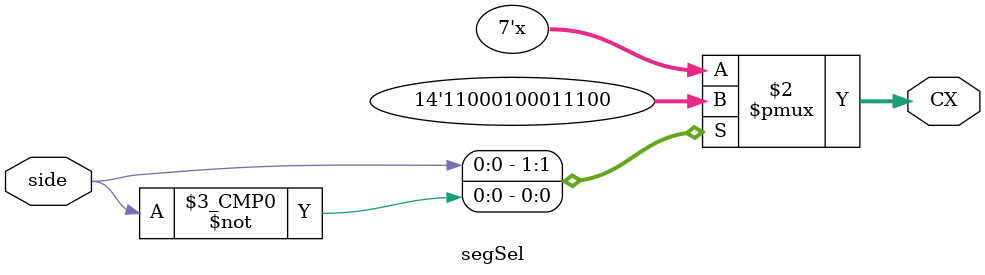
<source format=sv>
`timescale 1ns / 1ps
`define TOPSIDE 1'b0
`define BOTTOMSIDE 1'b1
`define TOP    7'b1100010
`define BOTTOM 7'b0011100


module segSel(
    input logic side,
    output logic [6:0] CX
    );
    
    always_comb begin
        case (side)
            `BOTTOMSIDE:
                CX <= `TOP;
            `TOPSIDE:
                CX <= `BOTTOM;
        endcase
    end
    
endmodule

//  ---A---
// |       |
// F       B
// |       |
//  ---G---
// |       |
// E       C
// |       |
//  ---D---
    
</source>
